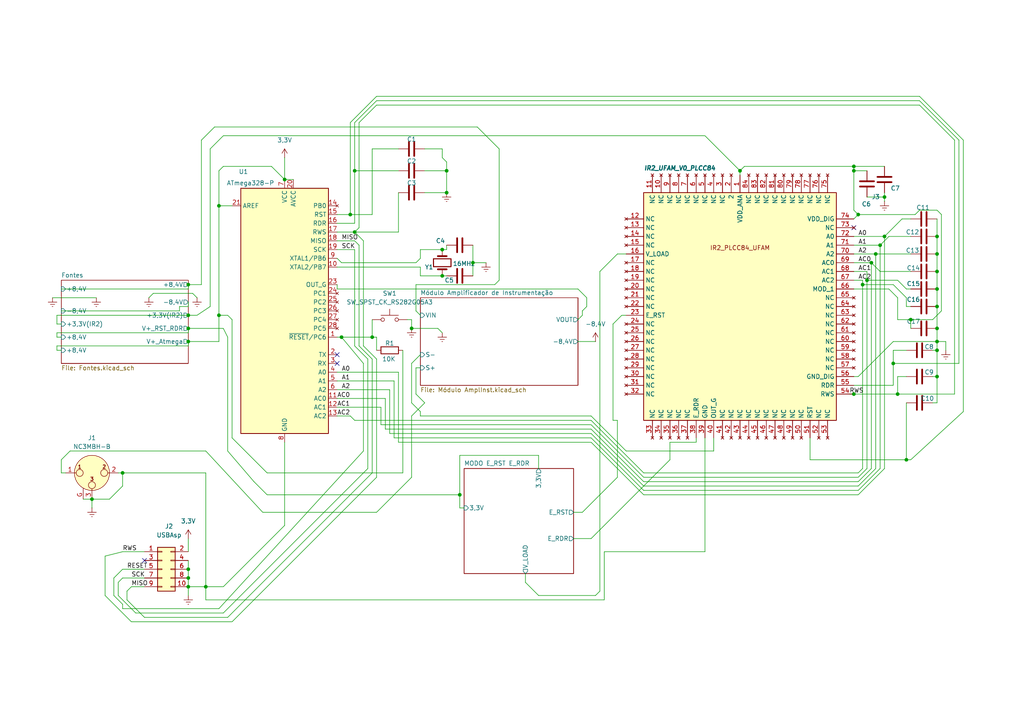
<source format=kicad_sch>
(kicad_sch (version 20250114) (generator "eeschema") (generator_version "9.0")
  (paper "A4")
  (title_block (title "PROJETO IR2_B2_UFAM") (date "07/08/2025") (rev "V1") (company "UFAM-UFMG") (comment 1 "1 - Software Proteus substituído pelo Software Kicad 9.0") (comment 2 "2 - Incluído Amplificafor de Instrumentação para reduzir ruídos") (comment 3 "3 - Incluídos conectores para cabos entrelaçados") (comment 4 "4 - Análise de 4 camadas para reduzir ruídos"))
  (lib_symbols
    (symbol "Connector_Audio:NC3MBH-B" (pin_names (hide yes))
      (property "Reference" "J" (at 0 8.89 0))
      (property "Value" "NC3MBH-B" (at 0 6.35 0))
      (symbol "NC3MBH-B_0_1"
        (polyline (pts (xy -5.08 0) (xy -4.572 0)))
        (circle (center -3.556 0) (radius 1.016))
        (polyline (pts (xy -2.54 -5.08) (xy -2.54 -4.445)))
        (circle (center 0 0) (radius 5.08) (fill (type background)))
        (circle (center 0 -3.556) (radius 1.016))
        (polyline (pts (xy 0 -5.08) (xy 0 -4.572)))
        (circle (center 3.556 0) (radius 1.016))
        (polyline (pts (xy 5.08 0) (xy 4.572 0)))
        (text "1" (at -3.556 1.778 0) (effects (font (size 1.016 1.016) (bold yes))))
        (text "3" (at 0 -1.778 0) (effects (font (size 1.016 1.016) (bold yes))))
        (text "2" (at 3.556 1.778 0) (effects (font (size 1.016 1.016) (bold yes))))
        (pin passive line (at -7.62 0 0) (length 2.54) (name "~") (number "1"))
        (pin passive line (at 0 -7.62 90) (length 2.54) (name "~") (number "3"))
        (pin passive line (at 7.62 0 180) (length 2.54) (name "~") (number "2"))
      )
      (symbol "NC3MBH-B_1_1"
        (pin passive line (at -2.54 -7.62 90) (length 2.54) (name "~") (number "G"))
      )
    )
    (symbol "Connector_Generic:Conn_02x05_Odd_Even" (pin_names (offset 1.016) (hide yes))
      (property "Reference" "J" (at 1.27 7.62 0))
      (property "Value" "Conn_02x05_Odd_Even" (at 1.27 -7.62 0))
      (symbol "Conn_02x05_Odd_Even_1_1"
        (rectangle (start -1.27 6.35) (end 3.81 -6.35) (stroke (width 0.254)) (fill (type background)))
        (rectangle (start -1.27 5.207) (end 0 4.953) (stroke (width 0.1524)))
        (rectangle (start -1.27 2.667) (end 0 2.413) (stroke (width 0.1524)))
        (rectangle (start -1.27 0.127) (end 0 -0.127) (stroke (width 0.1524)))
        (rectangle (start -1.27 -2.413) (end 0 -2.667) (stroke (width 0.1524)))
        (rectangle (start -1.27 -4.953) (end 0 -5.207) (stroke (width 0.1524)))
        (rectangle (start 3.81 5.207) (end 2.54 4.953) (stroke (width 0.1524)))
        (rectangle (start 3.81 2.667) (end 2.54 2.413) (stroke (width 0.1524)))
        (rectangle (start 3.81 0.127) (end 2.54 -0.127) (stroke (width 0.1524)))
        (rectangle (start 3.81 -2.413) (end 2.54 -2.667) (stroke (width 0.1524)))
        (rectangle (start 3.81 -4.953) (end 2.54 -5.207) (stroke (width 0.1524)))
        (pin passive line (at -5.08 5.08 0) (length 3.81) (name "Pin_1") (number "1"))
        (pin passive line (at -5.08 2.54 0) (length 3.81) (name "Pin_3") (number "3"))
        (pin passive line (at -5.08 0 0) (length 3.81) (name "Pin_5") (number "5"))
        (pin passive line (at -5.08 -2.54 0) (length 3.81) (name "Pin_7") (number "7"))
        (pin passive line (at -5.08 -5.08 0) (length 3.81) (name "Pin_9") (number "9"))
        (pin passive line (at 7.62 5.08 180) (length 3.81) (name "Pin_2") (number "2"))
        (pin passive line (at 7.62 2.54 180) (length 3.81) (name "Pin_4") (number "4"))
        (pin passive line (at 7.62 0 180) (length 3.81) (name "Pin_6") (number "6"))
        (pin passive line (at 7.62 -2.54 180) (length 3.81) (name "Pin_8") (number "8"))
        (pin passive line (at 7.62 -5.08 180) (length 3.81) (name "Pin_10") (number "10"))
      )
    )
    (symbol "Device:C" (pin_numbers (hide yes)) (pin_names (offset 0.254))
      (property "Reference" "C" (at 0.635 2.54 0))
      (property "Value" "C" (at 0.635 -2.54 0))
      (symbol "C_0_1"
        (polyline (pts (xy -2.032 0.762) (xy 2.032 0.762)) (stroke (width 0.508)))
        (polyline (pts (xy -2.032 -0.762) (xy 2.032 -0.762)) (stroke (width 0.508)))
      )
      (symbol "C_1_1"
        (pin passive line (at 0 3.81 270) (length 2.794) (name "~") (number "1"))
        (pin passive line (at 0 -3.81 90) (length 2.794) (name "~") (number "2"))
      )
    )
    (symbol "Device:Crystal" (pin_numbers (hide yes)) (pin_names (offset 1.016) (hide yes))
      (property "Reference" "Y" (at 0 3.81 0))
      (property "Value" "Crystal" (at 0 -3.81 0))
      (symbol "Crystal_0_1"
        (polyline (pts (xy -2.54 0) (xy -1.905 0)))
        (polyline (pts (xy -1.905 -1.27) (xy -1.905 1.27)) (stroke (width 0.508)))
        (rectangle (start -1.143 2.54) (end 1.143 -2.54) (stroke (width 0.3048)))
        (polyline (pts (xy 1.905 -1.27) (xy 1.905 1.27)) (stroke (width 0.508)))
        (polyline (pts (xy 2.54 0) (xy 1.905 0)))
      )
      (symbol "Crystal_1_1"
        (pin passive line (at -3.81 0 0) (length 1.27) (name "1") (number "1"))
        (pin passive line (at 3.81 0 180) (length 1.27) (name "2") (number "2"))
      )
    )
    (symbol "Device:R" (pin_numbers (hide yes)) (pin_names (offset 0))
      (property "Reference" "R" (at 2.032 0 90))
      (property "Value" "R" (at 0 0 90))
      (symbol "R_0_1"
        (rectangle (start -1.016 -2.54) (end 1.016 2.54) (stroke (width 0.254)))
      )
      (symbol "R_1_1"
        (pin passive line (at 0 3.81 270) (length 1.27) (name "~") (number "1"))
        (pin passive line (at 0 -3.81 90) (length 1.27) (name "~") (number "2"))
      )
    )
    (symbol "IR2_UFAM_V0_PLCC84_Library:IR2_UFAM_V0_PLCC84"
      (property "Reference" "J" (at 62.23 12.7 0))
      (property "Value" "IR2_UFAM_V0_PLCC84" (at 62.23 10.16 0))
      (symbol "IR2_UFAM_V0_PLCC84_1_1"
        (rectangle (start 5.08 7.62) (end 60.96 -58.42) (stroke (width 0.254)) (fill (type background)))
        (text "IR2_PLCC84_UFAM" (at 33.02 -8.382 0) (effects (font (size 1.27 1.27))))
        (pin no_connect line (at 0 0 0) (length 5.08) (name "NC") (number "12"))
        (pin no_connect line (at 0 -2.54 0) (length 5.08) (name "NC") (number "13"))
        (pin no_connect line (at 0 -5.08 0) (length 5.08) (name "NC") (number "14"))
        (pin no_connect line (at 0 -7.62 0) (length 5.08) (name "NC") (number "15"))
        (pin input line (at 0 -10.16 0) (length 5.08) (name "V_LOAD") (number "16"))
        (pin no_connect line (at 0 -12.7 0) (length 5.08) (name "NC") (number "17"))
        (pin no_connect line (at 0 -15.24 0) (length 5.08) (name "NC") (number "18"))
        (pin no_connect line (at 0 -17.78 0) (length 5.08) (name "NC") (number "19"))
        (pin no_connect line (at 0 -20.32 0) (length 5.08) (name "NC") (number "20"))
        (pin no_connect line (at 0 -22.86 0) (length 5.08) (name "NC") (number "21"))
        (pin no_connect line (at 0 -25.4 0) (length 5.08) (name "NC") (number "22"))
        (pin input line (at 0 -27.94 0) (length 5.08) (name "E_RST") (number "23"))
        (pin no_connect line (at 0 -30.48 0) (length 5.08) (name "NC") (number "24"))
        (pin no_connect line (at 0 -33.02 0) (length 5.08) (name "NC") (number "25"))
        (pin no_connect line (at 0 -35.56 0) (length 5.08) (name "NC") (number "26"))
        (pin no_connect line (at 0 -38.1 0) (length 5.08) (name "NC") (number "27"))
        (pin no_connect line (at 0 -40.64 0) (length 5.08) (name "NC") (number "28"))
        (pin no_connect line (at 0 -43.18 0) (length 5.08) (name "NC") (number "29"))
        (pin no_connect line (at 0 -45.72 0) (length 5.08) (name "NC") (number "30"))
        (pin no_connect line (at 0 -48.26 0) (length 5.08) (name "NC") (number "31"))
        (pin no_connect line (at 0 -50.8 0) (length 5.08) (name "NC") (number "32"))
        (pin no_connect line (at 7.62 12.7 270) (length 5.08) (name "NC") (number "11"))
        (pin no_connect line (at 7.62 -63.5 90) (length 5.08) (name "NC") (number "33"))
        (pin no_connect line (at 10.16 12.7 270) (length 5.08) (name "NC") (number "10"))
        (pin no_connect line (at 10.16 -63.5 90) (length 5.08) (name "NC") (number "34"))
        (pin no_connect line (at 12.7 12.7 270) (length 5.08) (name "NC") (number "9"))
        (pin no_connect line (at 12.7 -63.5 90) (length 5.08) (name "NC") (number "35"))
        (pin no_connect line (at 15.24 12.7 270) (length 5.08) (name "NC") (number "8"))
        (pin no_connect line (at 15.24 -63.5 90) (length 5.08) (name "NC") (number "36"))
        (pin no_connect line (at 17.78 12.7 270) (length 5.08) (name "NC") (number "7"))
        (pin no_connect line (at 17.78 -63.5 90) (length 5.08) (name "NC") (number "37"))
        (pin no_connect line (at 20.32 12.7 270) (length 5.08) (name "NC") (number "6"))
        (pin input line (at 20.32 -63.5 90) (length 5.08) (name "E_RDR") (number "38"))
        (pin no_connect line (at 22.86 12.7 270) (length 5.08) (name "NC") (number "5"))
        (pin power_out line (at 22.86 -63.5 90) (length 5.08) (name "GND") (number "39"))
        (pin no_connect line (at 25.4 12.7 270) (length 5.08) (name "NC") (number "4"))
        (pin output line (at 25.4 -63.5 90) (length 5.08) (name "OUT_G") (number "40"))
        (pin no_connect line (at 27.94 12.7 270) (length 5.08) (name "NC") (number "3"))
        (pin no_connect line (at 27.94 -63.5 90) (length 5.08) (name "NC") (number "41"))
        (pin no_connect line (at 30.48 12.7 270) (length 5.08) (name "2") (number "2"))
        (pin no_connect line (at 30.48 -63.5 90) (length 5.08) (name "NC") (number "42"))
        (pin power_in line (at 33.02 12.7 270) (length 5.08) (name "VDD_ANA") (number "1"))
        (pin no_connect line (at 33.02 -63.5 90) (length 5.08) (name "NC") (number "43"))
        (pin no_connect line (at 35.56 12.7 270) (length 5.08) (name "NC") (number "84"))
        (pin no_connect line (at 35.56 -63.5 90) (length 5.08) (name "NC") (number "44"))
        (pin no_connect line (at 38.1 12.7 270) (length 5.08) (name "NC") (number "83"))
        (pin no_connect line (at 38.1 -63.5 90) (length 5.08) (name "NC") (number "45"))
        (pin no_connect line (at 40.64 12.7 270) (length 5.08) (name "NC") (number "82"))
        (pin no_connect line (at 40.64 -63.5 90) (length 5.08) (name "NC") (number "46"))
        (pin no_connect line (at 43.18 12.7 270) (length 5.08) (name "NC") (number "81"))
        (pin no_connect line (at 43.18 -63.5 90) (length 5.08) (name "NC") (number "47"))
        (pin no_connect line (at 45.72 12.7 270) (length 5.08) (name "NC") (number "80"))
        (pin no_connect line (at 45.72 -63.5 90) (length 5.08) (name "NC") (number "48"))
        (pin no_connect line (at 48.26 12.7 270) (length 5.08) (name "NC") (number "79"))
        (pin no_connect line (at 48.26 -63.5 90) (length 5.08) (name "NC") (number "49"))
        (pin no_connect line (at 50.8 12.7 270) (length 5.08) (name "NC") (number "78"))
        (pin no_connect line (at 50.8 -63.5 90) (length 5.08) (name "NC") (number "50"))
        (pin no_connect line (at 53.34 12.7 270) (length 5.08) (name "NC") (number "77"))
        (pin input line (at 53.34 -63.5 90) (length 5.08) (name "RST") (number "51"))
        (pin no_connect line (at 55.88 12.7 270) (length 5.08) (name "NC") (number "76"))
        (pin no_connect line (at 55.88 -63.5 90) (length 5.08) (name "NC") (number "52"))
        (pin no_connect line (at 58.42 12.7 270) (length 5.08) (name "NC") (number "75"))
        (pin no_connect line (at 58.42 -63.5 90) (length 5.08) (name "NC") (number "53"))
        (pin power_in line (at 66.04 0 180) (length 5.08) (name "VDD_DIG") (number "74"))
        (pin no_connect line (at 66.04 -2.54 180) (length 5.08) (name "NC") (number "73"))
        (pin input line (at 66.04 -5.08 180) (length 5.08) (name "A0") (number "72"))
        (pin input line (at 66.04 -7.62 180) (length 5.08) (name "A1") (number "71"))
        (pin input line (at 66.04 -10.16 180) (length 5.08) (name "A2") (number "70"))
        (pin input line (at 66.04 -12.7 180) (length 5.08) (name "AC0") (number "69"))
        (pin input line (at 66.04 -15.24 180) (length 5.08) (name "AC1") (number "68"))
        (pin input line (at 66.04 -17.78 180) (length 5.08) (name "AC2") (number "67"))
        (pin power_in line (at 66.04 -20.32 180) (length 5.08) (name "MOD_1") (number "66"))
        (pin no_connect line (at 66.04 -22.86 180) (length 5.08) (name "NC") (number "65"))
        (pin no_connect line (at 66.04 -25.4 180) (length 5.08) (name "NC") (number "64"))
        (pin no_connect line (at 66.04 -27.94 180) (length 5.08) (name "NC") (number "63"))
        (pin no_connect line (at 66.04 -30.48 180) (length 5.08) (name "NC") (number "62"))
        (pin no_connect line (at 66.04 -33.02 180) (length 5.08) (name "NC") (number "61"))
        (pin no_connect line (at 66.04 -35.56 180) (length 5.08) (name "NC") (number "60"))
        (pin no_connect line (at 66.04 -38.1 180) (length 5.08) (name "NC") (number "59"))
        (pin no_connect line (at 66.04 -40.64 180) (length 5.08) (name "NC") (number "58"))
        (pin no_connect line (at 66.04 -43.18 180) (length 5.08) (name "NC") (number "57"))
        (pin power_in line (at 66.04 -45.72 180) (length 5.08) (name "GND_DIG") (number "56"))
        (pin input line (at 66.04 -48.26 180) (length 5.08) (name "RDR") (number "55"))
        (pin input line (at 66.04 -50.8 180) (length 5.08) (name "RWS") (number "54"))
      )
    )
    (symbol "Switch:SW_MEC_5G" (pin_numbers (hide yes)) (pin_names (offset 1.016) (hide yes))
      (property "Reference" "SW" (at 1.27 2.54 0))
      (property "Value" "SW_MEC_5G" (at 0 -1.524 0))
      (symbol "SW_MEC_5G_0_1"
        (circle (center -2.032 0) (radius 0.508))
        (polyline (pts (xy 0 1.27) (xy 0 3.048)))
        (circle (center 2.032 0) (radius 0.508))
        (polyline (pts (xy 2.54 1.27) (xy -2.54 1.27)))
        (pin passive line (at -5.08 0 0) (length 2.54) (name "A") (number "1"))
        (pin passive line (at 5.08 0 180) (length 2.54) (name "B") (number "3"))
      )
      (symbol "SW_MEC_5G_1_1"
        (pin passive line (at -5.08 0 0) (length 2.54) (hide yes) (name "A") (number "2"))
        (pin passive line (at 5.08 0 180) (length 2.54) (hide yes) (name "B") (number "4"))
      )
    )
    (symbol "ir2_atmega328P:ir2_ATmega328P"
      (property "Reference" "U" (at -12.7 36.83 0))
      (property "Value" "ir2_ATmega328P" (at 2.54 -36.83 0))
      (symbol "ir2_ATmega328P_0_1"
        (rectangle (start -12.7 -35.56) (end 12.7 35.56) (stroke (width 0.254)) (fill (type background)))
      )
      (symbol "ir2_ATmega328P_1_1"
        (pin passive line (at -15.24 30.48 0) (length 2.54) (name "AREF") (number "21"))
        (pin power_in line (at 0 38.1 270) (length 2.54) (name "VCC") (number "7"))
        (pin passive line (at 0 -38.1 90) (length 2.54) (hide yes) (name "GND") (number "22"))
        (pin power_in line (at 0 -38.1 90) (length 2.54) (name "GND") (number "8"))
        (pin power_in line (at 2.54 38.1 270) (length 2.54) (name "AVCC") (number "20"))
        (pin no_connect line (at 15.24 30.48 180) (length 2.54) (name "PB0") (number "14"))
        (pin output line (at 15.24 27.94 180) (length 2.54) (name "RST") (number "15"))
        (pin output line (at 15.24 25.4 180) (length 2.54) (name "RDR") (number "16"))
        (pin output line (at 15.24 22.86 180) (length 2.54) (name "RWS") (number "17"))
        (pin input line (at 15.24 20.32 180) (length 2.54) (name "MISO") (number "18"))
        (pin bidirectional line (at 15.24 17.78 180) (length 2.54) (name "SCK") (number "19"))
        (pin bidirectional line (at 15.24 15.24 180) (length 2.54) (name "XTAL1/PB6") (number "9"))
        (pin bidirectional line (at 15.24 12.7 180) (length 2.54) (name "XTAL2/PB7") (number "10"))
        (pin input line (at 15.24 7.62 180) (length 2.54) (name "OUT_G") (number "23"))
        (pin no_connect line (at 15.24 5.08 180) (length 2.54) (name "PC1") (number "24"))
        (pin no_connect line (at 15.24 2.54 180) (length 2.54) (name "PC2") (number "25"))
        (pin no_connect line (at 15.24 0 180) (length 2.54) (name "PC3") (number "26"))
        (pin no_connect line (at 15.24 -2.54 180) (length 2.54) (name "PC4") (number "27"))
        (pin no_connect line (at 15.24 -5.08 180) (length 2.54) (name "PC5") (number "28"))
        (pin bidirectional line (at 15.24 -7.62 180) (length 2.54) (name "~{RESET}/PC6") (number "1"))
        (pin bidirectional line (at 15.24 -12.7 180) (length 2.54) (name "TX") (number "2"))
        (pin bidirectional line (at 15.24 -15.24 180) (length 2.54) (name "RX") (number "3"))
        (pin output line (at 15.24 -17.78 180) (length 2.54) (name "A0") (number "4"))
        (pin output line (at 15.24 -20.32 180) (length 2.54) (name "A1") (number "5"))
        (pin output line (at 15.24 -22.86 180) (length 2.54) (name "A2") (number "6"))
        (pin output line (at 15.24 -25.4 180) (length 2.54) (name "AC0") (number "11"))
        (pin output line (at 15.24 -27.94 180) (length 2.54) (name "AC1") (number "12"))
        (pin output line (at 15.24 -30.48 180) (length 2.54) (name "AC2") (number "13"))
      )
    )
    (symbol "power:Earth" (power) (pin_numbers (hide yes)) (pin_names (offset 0) (hide yes))
      (property "Value" "Earth" (at 0 -3.81 0))
      (symbol "Earth_0_1"
        (polyline (pts (xy -0.635 -1.905) (xy 0.635 -1.905)))
        (polyline (pts (xy -0.127 -2.54) (xy 0.127 -2.54)))
        (polyline (pts (xy 0 -1.27) (xy 0 0)))
        (polyline (pts (xy 1.27 -1.27) (xy -1.27 -1.27)))
      )
      (symbol "Earth_1_1"
        (pin power_in line (at 0 0 270) (length 0) (name "~") (number "1"))
      )
    )
    (symbol "power:VCC" (power) (pin_numbers (hide yes)) (pin_names (offset 0) (hide yes))
      (property "Value" "VCC" (at 0 3.556 0))
      (symbol "VCC_0_1"
        (polyline (pts (xy -0.762 1.27) (xy 0 2.54)))
        (polyline (pts (xy 0 2.54) (xy 0.762 1.27)))
        (polyline (pts (xy 0 0) (xy 0 2.54)))
      )
      (symbol "VCC_1_1"
        (pin power_in line (at 0 0 90) (length 0) (name "~") (number "1"))
      )
    )
  )
  (junction (at 271.78 68.58))
  (junction (at 256.54 57.15))
  (junction (at 82.55 52.07))
  (junction (at 128.27 72.39))
  (junction (at 35.56 137.16))
  (junction (at 271.78 109.22))
  (junction (at 260.35 114.3))
  (junction (at 54.61 91.44))
  (junction (at 271.78 95.25))
  (junction (at 54.61 165.1))
  (junction (at 271.78 73.66))
  (junction (at 99.06 97.79))
  (junction (at 59.69 170.18))
  (junction (at 255.27 71.12))
  (junction (at 54.61 95.25))
  (junction (at 271.78 83.82))
  (junction (at 63.5 91.44))
  (junction (at 271.78 88.9))
  (junction (at 129.54 49.53))
  (junction (at 54.61 170.18))
  (junction (at 102.87 67.31))
  (junction (at 54.61 167.64))
  (junction (at 119.38 95.25))
  (junction (at 247.65 114.3))
  (junction (at 129.54 55.88))
  (junction (at 248.92 62.23))
  (junction (at 133.35 143.51))
  (junction (at 101.6 62.23))
  (junction (at 26.67 144.78))
  (junction (at 271.78 99.06))
  (junction (at 247.65 49.53))
  (junction (at 271.78 101.6))
  (junction (at 262.89 133.35))
  (junction (at 107.95 97.79))
  (junction (at 250.19 82.55))
  (junction (at 251.46 81.28))
  (junction (at 137.16 76.2))
  (junction (at 102.87 49.53))
  (junction (at 128.27 80.01))
  (junction (at 252.73 76.2))
  (junction (at 256.54 68.58))
  (junction (at 54.61 82.55))
  (junction (at 247.65 48.26))
  (junction (at 264.16 92.71))
  (junction (at 259.08 105.41))
  (junction (at 271.78 78.74))
  (junction (at 63.5 59.69))
  (junction (at 254 73.66))
  (junction (at 54.61 99.06))
  (junction (at 214.63 49.53))
  (no_connect (at 41.91 162.56))
  (no_connect (at 97.79 102.87))
  (no_connect (at 97.79 105.41))
  (no_connect (at 247.65 66.04))
  (wire (pts (xy 82.55 128.27) (xy 82.55 152.4)))
  (wire (pts (xy 66.04 130.81) (xy 73.66 139.7)))
  (wire (pts (xy 60.96 43.18) (xy 64.77 39.37)))
  (wire (pts (xy 102.87 49.53) (xy 102.87 64.77)))
  (wire (pts (xy 109.22 29.21) (xy 266.7 29.21)))
  (wire (pts (xy 179.07 121.92) (xy 179.07 138.43)))
  (wire (pts (xy 97.79 62.23) (xy 101.6 62.23)))
  (wire (pts (xy 172.72 172.72) (xy 173.99 171.45)))
  (wire (pts (xy 247.65 109.22) (xy 248.92 109.22)))
  (wire (pts (xy 168.91 90.17) (xy 168.91 91.44)))
  (wire (pts (xy 119.38 95.25) (xy 127 95.25)))
  (wire (pts (xy 54.61 99.06) (xy 54.61 100.33)))
  (wire (pts (xy 254 73.66) (xy 254 135.89)))
  (wire (pts (xy 17.78 101.6) (xy 16.51 101.6)))
  (wire (pts (xy 252.73 76.2) (xy 252.73 135.89)))
  (wire (pts (xy 15.24 86.36) (xy 27.94 86.36)))
  (wire (pts (xy 107.95 43.18) (xy 115.57 43.18)))
  (wire (pts (xy 128.27 80.01) (xy 129.54 80.01)))
  (wire (pts (xy 133.35 132.08) (xy 156.21 132.08)))
  (wire (pts (xy 17.78 97.79) (xy 16.51 97.79)))
  (wire (pts (xy 115.57 107.95) (xy 115.57 128.27)))
  (wire (pts (xy 63.5 49.53) (xy 64.77 48.26)))
  (wire (pts (xy 246.38 114.3) (xy 247.65 114.3)))
  (wire (pts (xy 121.92 119.38) (xy 121.92 120.65)))
  (wire (pts (xy 144.78 81.28) (xy 143.51 82.55)))
  (wire (pts (xy 121.92 102.87) (xy 119.38 105.41)))
  (wire (pts (xy 133.35 143.51) (xy 77.47 143.51)))
  (wire (pts (xy 173.99 78.74) (xy 173.99 171.45)))
  (wire (pts (xy 204.47 39.37) (xy 214.63 49.53)))
  (wire (pts (xy 266.7 27.94) (xy 279.4 40.64)))
  (wire (pts (xy 116.84 101.6) (xy 116.84 137.16)))
  (wire (pts (xy 247.65 111.76) (xy 259.08 111.76)))
  (wire (pts (xy 247.65 48.26) (xy 256.54 48.26)))
  (wire (pts (xy 102.87 35.56) (xy 109.22 29.21)))
  (wire (pts (xy 129.54 49.53) (xy 129.54 55.88)))
  (wire (pts (xy 97.79 83.82) (xy 167.64 83.82)))
  (wire (pts (xy 264.16 92.71) (xy 270.51 92.71)))
  (wire (pts (xy 54.61 170.18) (xy 54.61 172.72)))
  (wire (pts (xy 171.45 156.21) (xy 194.31 133.35)))
  (wire (pts (xy 247.65 60.96) (xy 248.92 62.23)))
  (wire (pts (xy 67.31 92.71) (xy 66.04 91.44)))
  (wire (pts (xy 54.61 96.52) (xy 54.61 95.25)))
  (wire (pts (xy 204.47 160.02) (xy 175.26 160.02)))
  (wire (pts (xy 63.5 49.53) (xy 63.5 59.69)))
  (wire (pts (xy 248.92 138.43) (xy 186.69 138.43)))
  (wire (pts (xy 264.16 83.82) (xy 262.89 83.82)))
  (wire (pts (xy 273.05 90.17) (xy 270.51 92.71)))
  (wire (pts (xy 97.79 120.65) (xy 101.6 120.65)))
  (wire (pts (xy 260.35 109.22) (xy 262.89 109.22)))
  (wire (pts (xy 194.31 133.35) (xy 194.31 128.27)))
  (wire (pts (xy 105.41 100.33) (xy 109.22 104.14)))
  (wire (pts (xy 16.51 91.44) (xy 54.61 91.44)))
  (wire (pts (xy 109.22 97.79) (xy 107.95 97.79)))
  (wire (pts (xy 121.92 72.39) (xy 121.92 74.93)))
  (wire (pts (xy 102.87 100.33) (xy 106.68 104.14)))
  (wire (pts (xy 271.78 73.66) (xy 271.78 78.74)))
  (wire (pts (xy 99.06 76.2) (xy 120.65 76.2)))
  (wire (pts (xy 26.67 144.78) (xy 24.13 144.78)))
  (wire (pts (xy 35.56 165.1) (xy 41.91 165.1)))
  (wire (pts (xy 175.26 160.02) (xy 175.26 173.99)))
  (wire (pts (xy 54.61 88.9) (xy 54.61 87.63)))
  (wire (pts (xy 35.56 137.16) (xy 35.56 140.97)))
  (wire (pts (xy 271.78 60.96) (xy 273.05 62.23)))
  (wire (pts (xy 137.16 71.12) (xy 137.16 76.2)))
  (wire (pts (xy 262.89 86.36) (xy 259.08 82.55)))
  (wire (pts (xy 271.78 78.74) (xy 271.78 83.82)))
  (wire (pts (xy 109.22 97.79) (xy 109.22 101.6)))
  (wire (pts (xy 215.9 48.26) (xy 247.65 48.26)))
  (wire (pts (xy 57.15 86.36) (xy 55.88 85.09)))
  (wire (pts (xy 251.46 81.28) (xy 251.46 135.89)))
  (wire (pts (xy 63.5 59.69) (xy 67.31 59.69)))
  (wire (pts (xy 16.51 101.6) (xy 16.51 100.33)))
  (wire (pts (xy 97.79 77.47) (xy 121.92 77.47)))
  (wire (pts (xy 181.61 130.81) (xy 171.45 120.65)))
  (wire (pts (xy 121.92 72.39) (xy 128.27 72.39)))
  (wire (pts (xy 102.87 49.53) (xy 102.87 35.56)))
  (wire (pts (xy 214.63 49.53) (xy 215.9 48.26)))
  (wire (pts (xy 102.87 72.39) (xy 102.87 100.33)))
  (wire (pts (xy 171.45 123.19) (xy 186.69 138.43)))
  (wire (pts (xy 38.1 180.34) (xy 30.48 172.72)))
  (wire (pts (xy 109.22 27.94) (xy 266.7 27.94)))
  (wire (pts (xy 248.92 62.23) (xy 247.65 63.5)))
  (wire (pts (xy 120.65 90.17) (xy 121.92 91.44)))
  (wire (pts (xy 30.48 172.72) (xy 30.48 161.29)))
  (wire (pts (xy 137.16 76.2) (xy 137.16 80.01)))
  (wire (pts (xy 17.78 90.17) (xy 52.07 90.17)))
  (wire (pts (xy 54.61 156.21) (xy 54.61 160.02)))
  (wire (pts (xy 105.41 130.81) (xy 105.41 105.41)))
  (wire (pts (xy 44.45 85.09) (xy 55.88 85.09)))
  (wire (pts (xy 274.32 99.06) (xy 274.32 101.6)))
  (wire (pts (xy 186.69 142.24) (xy 248.92 142.24)))
  (wire (pts (xy 97.79 83.82) (xy 97.79 82.55)))
  (wire (pts (xy 170.18 88.9) (xy 170.18 86.36)))
  (wire (pts (xy 251.46 57.15) (xy 256.54 57.15)))
  (wire (pts (xy 186.69 140.97) (xy 171.45 125.73)))
  (wire (pts (xy 54.61 162.56) (xy 54.61 165.1)))
  (wire (pts (xy 264.16 68.58) (xy 257.81 68.58)))
  (wire (pts (xy 64.77 170.18) (xy 82.55 152.4)))
  (wire (pts (xy 33.02 172.72) (xy 35.56 175.26)))
  (wire (pts (xy 129.54 46.99) (xy 129.54 49.53)))
  (wire (pts (xy 247.65 114.3) (xy 260.35 114.3)))
  (wire (pts (xy 123.19 55.88) (xy 129.54 55.88)))
  (wire (pts (xy 128.27 96.52) (xy 127 95.25)))
  (wire (pts (xy 247.65 81.28) (xy 250.19 81.28)))
  (wire (pts (xy 254 73.66) (xy 264.16 73.66)))
  (wire (pts (xy 144.78 43.18) (xy 144.78 81.28)))
  (wire (pts (xy 119.38 120.65) (xy 119.38 138.43)))
  (wire (pts (xy 234.95 127) (xy 234.95 133.35)))
  (wire (pts (xy 271.78 68.58) (xy 271.78 73.66)))
  (wire (pts (xy 101.6 62.23) (xy 107.95 62.23)))
  (wire (pts (xy 35.56 137.16) (xy 59.69 137.16)))
  (wire (pts (xy 264.16 63.5) (xy 261.62 63.5)))
  (wire (pts (xy 54.61 167.64) (xy 54.61 170.18)))
  (wire (pts (xy 106.68 135.89) (xy 64.77 177.8)))
  (wire (pts (xy 204.47 127) (xy 204.47 160.02)))
  (wire (pts (xy 97.79 67.31) (xy 102.87 67.31)))
  (wire (pts (xy 52.07 88.9) (xy 54.61 88.9)))
  (wire (pts (xy 166.37 156.21) (xy 171.45 156.21)))
  (wire (pts (xy 97.79 74.93) (xy 99.06 76.2)))
  (wire (pts (xy 250.19 82.55) (xy 259.08 82.55)))
  (wire (pts (xy 257.81 68.58) (xy 255.27 71.12)))
  (wire (pts (xy 107.95 92.71) (xy 107.95 97.79)))
  (wire (pts (xy 248.92 137.16) (xy 186.69 137.16)))
  (wire (pts (xy 248.92 62.23) (xy 265.43 62.23)))
  (wire (pts (xy 82.55 52.07) (xy 85.09 52.07)))
  (wire (pts (xy 114.3 110.49) (xy 114.3 127)))
  (wire (pts (xy 104.14 71.12) (xy 104.14 100.33)))
  (wire (pts (xy 102.87 69.85) (xy 104.14 71.12)))
  (wire (pts (xy 34.29 172.72) (xy 39.37 177.8)))
  (wire (pts (xy 266.7 30.48) (xy 276.86 40.64)))
  (wire (pts (xy 194.31 128.27) (xy 201.93 128.27)))
  (wire (pts (xy 35.56 176.53) (xy 35.56 175.26)))
  (wire (pts (xy 279.4 119.38) (xy 264.16 133.35)))
  (wire (pts (xy 107.95 104.14) (xy 107.95 137.16)))
  (wire (pts (xy 251.46 81.28) (xy 260.35 81.28)))
  (wire (pts (xy 278.13 40.64) (xy 278.13 105.41)))
  (wire (pts (xy 82.55 45.72) (xy 82.55 52.07)))
  (wire (pts (xy 138.43 36.83) (xy 144.78 43.18)))
  (wire (pts (xy 128.27 45.72) (xy 129.54 46.99)))
  (wire (pts (xy 111.76 115.57) (xy 111.76 124.46)))
  (wire (pts (xy 264.16 133.35) (xy 262.89 133.35)))
  (wire (pts (xy 255.27 71.12) (xy 255.27 135.89)))
  (wire (pts (xy 259.08 105.41) (xy 278.13 105.41)))
  (wire (pts (xy 34.29 168.91) (xy 34.29 172.72)))
  (wire (pts (xy 16.51 97.79) (xy 16.51 96.52)))
  (wire (pts (xy 186.69 143.51) (xy 171.45 128.27)))
  (wire (pts (xy 152.4 166.37) (xy 152.4 168.91)))
  (wire (pts (xy 109.22 30.48) (xy 266.7 30.48)))
  (wire (pts (xy 260.35 86.36) (xy 260.35 92.71)))
  (wire (pts (xy 262.89 133.35) (xy 234.95 133.35)))
  (wire (pts (xy 168.91 148.59) (xy 166.37 148.59)))
  (wire (pts (xy 113.03 125.73) (xy 171.45 125.73)))
  (wire (pts (xy 54.61 91.44) (xy 57.15 91.44)))
  (wire (pts (xy 256.54 68.58) (xy 256.54 135.89)))
  (wire (pts (xy 214.63 49.53) (xy 214.63 50.8)))
  (wire (pts (xy 201.93 128.27) (xy 201.93 127)))
  (wire (pts (xy 177.8 93.98) (xy 180.34 91.44)))
  (wire (pts (xy 102.87 67.31) (xy 104.14 66.04)))
  (wire (pts (xy 101.6 62.23) (xy 101.6 35.56)))
  (wire (pts (xy 43.18 86.36) (xy 44.45 85.09)))
  (wire (pts (xy 251.46 78.74) (xy 251.46 81.28)))
  (wire (pts (xy 35.56 165.1) (xy 33.02 167.64)))
  (wire (pts (xy 247.65 73.66) (xy 254 73.66)))
  (wire (pts (xy 17.78 83.82) (xy 54.61 83.82)))
  (wire (pts (xy 123.19 43.18) (xy 128.27 43.18)))
  (wire (pts (xy 260.35 109.22) (xy 260.35 114.3)))
  (wire (pts (xy 129.54 72.39) (xy 129.54 71.12)))
  (wire (pts (xy 119.38 116.84) (xy 121.92 119.38)))
  (wire (pts (xy 133.35 147.32) (xy 133.35 143.51)))
  (wire (pts (xy 118.11 92.71) (xy 119.38 92.71)))
  (wire (pts (xy 109.22 138.43) (xy 67.31 180.34)))
  (wire (pts (xy 26.67 144.78) (xy 31.75 144.78)))
  (wire (pts (xy 133.35 147.32) (xy 134.62 147.32)))
  (wire (pts (xy 111.76 124.46) (xy 171.45 124.46)))
  (wire (pts (xy 62.23 36.83) (xy 138.43 36.83)))
  (wire (pts (xy 121.92 120.65) (xy 171.45 120.65)))
  (wire (pts (xy 256.54 55.88) (xy 256.54 57.15)))
  (wire (pts (xy 273.05 62.23) (xy 273.05 90.17)))
  (wire (pts (xy 270.51 109.22) (xy 271.78 109.22)))
  (wire (pts (xy 271.78 99.06) (xy 271.78 101.6)))
  (wire (pts (xy 177.8 93.98) (xy 177.8 121.92)))
  (wire (pts (xy 133.35 132.08) (xy 133.35 143.51)))
  (wire (pts (xy 248.92 142.24) (xy 255.27 135.89)))
  (wire (pts (xy 114.3 127) (xy 171.45 127)))
  (wire (pts (xy 67.31 180.34) (xy 38.1 180.34)))
  (wire (pts (xy 254 135.89) (xy 248.92 140.97)))
  (wire (pts (xy 250.19 82.55) (xy 250.19 135.89)))
  (wire (pts (xy 265.43 62.23) (xy 266.7 60.96)))
  (wire (pts (xy 120.65 114.3) (xy 123.19 116.84)))
  (wire (pts (xy 77.47 137.16) (xy 116.84 137.16)))
  (wire (pts (xy 57.15 91.44) (xy 60.96 88.9)))
  (wire (pts (xy 171.45 124.46) (xy 186.69 139.7)))
  (wire (pts (xy 106.68 104.14) (xy 106.68 135.89)))
  (wire (pts (xy 102.87 49.53) (xy 115.57 49.53)))
  (wire (pts (xy 97.79 113.03) (xy 113.03 113.03)))
  (wire (pts (xy 123.19 49.53) (xy 129.54 49.53)))
  (wire (pts (xy 35.56 160.02) (xy 41.91 160.02)))
  (wire (pts (xy 115.57 55.88) (xy 115.57 67.31)))
  (wire (pts (xy 156.21 172.72) (xy 172.72 172.72)))
  (wire (pts (xy 58.42 40.64) (xy 58.42 82.55)))
  (wire (pts (xy 248.92 109.22) (xy 259.08 99.06)))
  (wire (pts (xy 76.2 148.59) (xy 109.22 148.59)))
  (wire (pts (xy 152.4 168.91) (xy 156.21 172.72)))
  (wire (pts (xy 270.51 101.6) (xy 271.78 101.6)))
  (wire (pts (xy 119.38 92.71) (xy 119.38 95.25)))
  (wire (pts (xy 247.65 78.74) (xy 251.46 78.74)))
  (wire (pts (xy 250.19 135.89) (xy 248.92 137.16)))
  (wire (pts (xy 104.14 35.56) (xy 104.14 66.04)))
  (wire (pts (xy 33.02 167.64) (xy 33.02 172.72)))
  (wire (pts (xy 35.56 176.53) (xy 63.5 176.53)))
  (wire (pts (xy 250.19 81.28) (xy 250.19 82.55)))
  (wire (pts (xy 259.08 101.6) (xy 259.08 105.41)))
  (wire (pts (xy 271.78 109.22) (xy 271.78 116.84)))
  (wire (pts (xy 171.45 121.92) (xy 102.87 121.92)))
  (wire (pts (xy 262.89 116.84) (xy 262.89 133.35)))
  (wire (pts (xy 207.01 127) (xy 207.01 130.81)))
  (wire (pts (xy 59.69 170.18) (xy 64.77 170.18)))
  (wire (pts (xy 107.95 137.16) (xy 66.04 179.07)))
  (wire (pts (xy 19.05 137.16) (xy 17.78 137.16)))
  (wire (pts (xy 102.87 121.92) (xy 101.6 120.65)))
  (wire (pts (xy 105.41 105.41) (xy 99.06 97.79)))
  (wire (pts (xy 59.69 137.16) (xy 59.69 170.18)))
  (wire (pts (xy 36.83 173.99) (xy 36.83 171.45)))
  (wire (pts (xy 179.07 73.66) (xy 181.61 73.66)))
  (wire (pts (xy 167.64 83.82) (xy 170.18 86.36)))
  (wire (pts (xy 31.75 144.78) (xy 35.56 140.97)))
  (wire (pts (xy 102.87 67.31) (xy 105.41 69.85)))
  (wire (pts (xy 102.87 67.31) (xy 115.57 67.31)))
  (wire (pts (xy 97.79 107.95) (xy 115.57 107.95)))
  (wire (pts (xy 17.78 93.98) (xy 16.51 93.98)))
  (wire (pts (xy 271.78 63.5) (xy 271.78 68.58)))
  (wire (pts (xy 168.91 91.44) (xy 167.64 92.71)))
  (wire (pts (xy 102.87 64.77) (xy 97.79 64.77)))
  (wire (pts (xy 181.61 130.81) (xy 207.01 130.81)))
  (wire (pts (xy 20.32 130.81) (xy 59.69 130.81)))
  (wire (pts (xy 256.54 57.15) (xy 256.54 58.42)))
  (wire (pts (xy 34.29 137.16) (xy 35.56 137.16)))
  (wire (pts (xy 247.65 49.53) (xy 251.46 49.53)))
  (wire (pts (xy 54.61 170.18) (xy 59.69 170.18)))
  (wire (pts (xy 101.6 35.56) (xy 109.22 27.94)))
  (wire (pts (xy 259.08 101.6) (xy 262.89 101.6)))
  (wire (pts (xy 120.65 114.3) (xy 120.65 106.68)))
  (wire (pts (xy 259.08 99.06) (xy 271.78 99.06)))
  (wire (pts (xy 255.27 78.74) (xy 252.73 76.2)))
  (wire (pts (xy 78.74 48.26) (xy 82.55 52.07)))
  (wire (pts (xy 59.69 130.81) (xy 76.2 148.59)))
  (wire (pts (xy 16.51 100.33) (xy 54.61 100.33)))
  (wire (pts (xy 110.49 123.19) (xy 171.45 123.19)))
  (wire (pts (xy 54.61 82.55) (xy 58.42 82.55)))
  (wire (pts (xy 97.79 97.79) (xy 99.06 97.79)))
  (wire (pts (xy 97.79 110.49) (xy 114.3 110.49)))
  (wire (pts (xy 64.77 177.8) (xy 39.37 177.8)))
  (wire (pts (xy 247.65 49.53) (xy 247.65 60.96)))
  (wire (pts (xy 262.89 88.9) (xy 262.89 86.36)))
  (wire (pts (xy 36.83 171.45) (xy 38.1 170.18)))
  (wire (pts (xy 16.51 93.98) (xy 16.51 91.44)))
  (wire (pts (xy 107.95 43.18) (xy 107.95 62.23)))
  (wire (pts (xy 120.65 76.2) (xy 121.92 74.93)))
  (wire (pts (xy 35.56 167.64) (xy 41.91 167.64)))
  (wire (pts (xy 186.69 137.16) (xy 171.45 121.92)))
  (wire (pts (xy 63.5 176.53) (xy 105.41 130.81)))
  (wire (pts (xy 97.79 118.11) (xy 110.49 118.11)))
  (wire (pts (xy 17.78 137.16) (xy 17.78 133.35)))
  (wire (pts (xy 271.78 116.84) (xy 270.51 116.84)))
  (wire (pts (xy 259.08 105.41) (xy 259.08 111.76)))
  (wire (pts (xy 54.61 95.25) (xy 64.77 95.25)))
  (wire (pts (xy 247.65 76.2) (xy 252.73 76.2)))
  (wire (pts (xy 128.27 43.18) (xy 128.27 45.72)))
  (wire (pts (xy 64.77 95.25) (xy 66.04 97.79)))
  (wire (pts (xy 271.78 95.25) (xy 271.78 99.06)))
  (wire (pts (xy 247.65 68.58) (xy 256.54 68.58)))
  (wire (pts (xy 17.78 133.35) (xy 20.32 130.81)))
  (wire (pts (xy 41.91 179.07) (xy 66.04 179.07)))
  (wire (pts (xy 179.07 121.92) (xy 177.8 121.92)))
  (wire (pts (xy 115.57 128.27) (xy 171.45 128.27)))
  (wire (pts (xy 168.91 90.17) (xy 170.18 88.9)))
  (wire (pts (xy 97.79 115.57) (xy 111.76 115.57)))
  (wire (pts (xy 119.38 105.41) (xy 119.38 116.84)))
  (wire (pts (xy 247.65 48.26) (xy 247.65 49.53)))
  (wire (pts (xy 271.78 88.9) (xy 271.78 95.25)))
  (wire (pts (xy 264.16 88.9) (xy 262.89 88.9)))
  (wire (pts (xy 110.49 118.11) (xy 110.49 123.19)))
  (wire (pts (xy 104.14 100.33) (xy 107.95 104.14)))
  (wire (pts (xy 63.5 59.69) (xy 63.5 91.44)))
  (wire (pts (xy 63.5 91.44) (xy 63.5 99.06)))
  (wire (pts (xy 256.54 135.89) (xy 248.92 143.51)))
  (wire (pts (xy 137.16 76.2) (xy 140.97 76.2)))
  (wire (pts (xy 105.41 69.85) (xy 105.41 100.33)))
  (wire (pts (xy 66.04 97.79) (xy 66.04 130.81)))
  (wire (pts (xy 38.1 170.18) (xy 41.91 170.18)))
  (wire (pts (xy 121.92 80.01) (xy 128.27 80.01)))
  (wire (pts (xy 264.16 92.71) (xy 264.16 95.25)))
  (wire (pts (xy 186.69 143.51) (xy 248.92 143.51)))
  (wire (pts (xy 186.69 139.7) (xy 248.92 139.7)))
  (wire (pts (xy 63.5 91.44) (xy 66.04 91.44)))
  (wire (pts (xy 99.06 97.79) (xy 107.95 97.79)))
  (wire (pts (xy 26.67 144.78) (xy 26.67 147.32)))
  (wire (pts (xy 30.48 161.29) (xy 35.56 160.02)))
  (wire (pts (xy 52.07 90.17) (xy 52.07 88.9)))
  (wire (pts (xy 128.27 72.39) (xy 129.54 72.39)))
  (wire (pts (xy 257.81 83.82) (xy 260.35 86.36)))
  (wire (pts (xy 34.29 168.91) (xy 35.56 167.64)))
  (wire (pts (xy 274.32 99.06) (xy 271.78 99.06)))
  (wire (pts (xy 120.65 82.55) (xy 143.51 82.55)))
  (wire (pts (xy 180.34 91.44) (xy 181.61 91.44)))
  (wire (pts (xy 167.64 99.06) (xy 172.72 99.06)))
  (wire (pts (xy 58.42 40.64) (xy 62.23 36.83)))
  (wire (pts (xy 97.79 69.85) (xy 102.87 69.85)))
  (wire (pts (xy 59.69 173.99) (xy 59.69 170.18)))
  (wire (pts (xy 179.07 138.43) (xy 168.91 148.59)))
  (wire (pts (xy 77.47 137.16) (xy 67.31 127)))
  (wire (pts (xy 175.26 173.99) (xy 59.69 173.99)))
  (wire (pts (xy 121.92 77.47) (xy 121.92 80.01)))
  (wire (pts (xy 109.22 148.59) (xy 119.38 138.43)))
  (wire (pts (xy 54.61 165.1) (xy 54.61 167.64)))
  (wire (pts (xy 109.22 104.14) (xy 109.22 138.43)))
  (wire (pts (xy 247.65 71.12) (xy 255.27 71.12)))
  (wire (pts (xy 248.92 139.7) (xy 252.73 135.89)))
  (wire (pts (xy 266.7 60.96) (xy 271.78 60.96)))
  (wire (pts (xy 255.27 78.74) (xy 264.16 78.74)))
  (wire (pts (xy 271.78 101.6) (xy 271.78 109.22)))
  (wire (pts (xy 276.86 40.64) (xy 276.86 114.3)))
  (wire (pts (xy 279.4 40.64) (xy 279.4 119.38)))
  (wire (pts (xy 16.51 96.52) (xy 54.61 96.52)))
  (wire (pts (xy 67.31 127) (xy 67.31 92.71)))
  (wire (pts (xy 73.66 139.7) (xy 77.47 143.51)))
  (wire (pts (xy 60.96 43.18) (xy 60.96 88.9)))
  (wire (pts (xy 120.65 82.55) (xy 120.65 90.17)))
  (wire (pts (xy 260.35 92.71) (xy 264.16 92.71)))
  (wire (pts (xy 54.61 83.82) (xy 54.61 82.55)))
  (wire (pts (xy 171.45 127) (xy 186.69 142.24)))
  (wire (pts (xy 251.46 135.89) (xy 248.92 138.43)))
  (wire (pts (xy 260.35 114.3) (xy 276.86 114.3)))
  (wire (pts (xy 97.79 72.39) (xy 102.87 72.39)))
  (wire (pts (xy 104.14 35.56) (xy 109.22 30.48)))
  (wire (pts (xy 261.62 63.5) (xy 256.54 68.58)))
  (wire (pts (xy 41.91 179.07) (xy 36.83 173.99)))
  (wire (pts (xy 173.99 78.74) (xy 179.07 73.66)))
  (wire (pts (xy 119.38 120.65) (xy 123.19 116.84)))
  (wire (pts (xy 266.7 29.21) (xy 278.13 40.64)))
  (wire (pts (xy 120.65 106.68) (xy 121.92 106.68)))
  (wire (pts (xy 113.03 113.03) (xy 113.03 125.73)))
  (wire (pts (xy 156.21 132.08) (xy 156.21 135.89)))
  (wire (pts (xy 262.89 83.82) (xy 260.35 81.28)))
  (wire (pts (xy 64.77 39.37) (xy 204.47 39.37)))
  (wire (pts (xy 271.78 83.82) (xy 271.78 88.9)))
  (wire (pts (xy 64.77 48.26) (xy 78.74 48.26)))
  (wire (pts (xy 248.92 140.97) (xy 186.69 140.97)))
  (wire (pts (xy 247.65 83.82) (xy 257.81 83.82)))
  (wire (pts (xy 54.61 99.06) (xy 63.5 99.06)))
  (label "AC0" (at 97.79 115.57 0))
  (label "AC2" (at 97.79 120.65 0))
  (label "AC2" (at 248.92 81.28 0))
  (label "AC1" (at 248.92 78.74 0))
  (label "RWS" (at 35.56 160.02 0))
  (label "SCK" (at 99.06 72.39 0))
  (label "A0" (at 99.06 107.95 0))
  (label "A1" (at 248.92 71.12 0))
  (label "A2" (at 248.92 73.66 0))
  (label "SCK" (at 38.1 167.64 0))
  (label "MISO" (at 38.1 170.18 0))
  (label "RESET" (at 36.83 165.1 0))
  (label "RWS" (at 246.38 114.3 0))
  (label "A0" (at 248.92 68.58 0))
  (label "AC1" (at 97.79 118.11 0))
  (label "A2" (at 99.06 113.03 0))
  (label "AC0" (at 248.92 76.2 0))
  (label "A1" (at 99.06 110.49 0))
  (label "MISO" (at 99.06 69.85 0))
  (symbol (lib_id "power:Earth") (at 128.27 96.52 0) (unit 1)
    (property "Reference" "#PWR010" (effects (hide yes)))
    (property "Value" "Earth" (effects (hide yes)))
    (property "Description" "Power symbol creates a global label with name \"Earth\"" (effects (hide yes)))
  )
  (symbol (lib_id "power:Earth") (at 129.54 55.88 0) (unit 1)
    (property "Reference" "#PWR011" (effects (hide yes)))
    (property "Value" "Earth" (effects (hide yes)))
    (property "Description" "Power symbol creates a global label with name \"Earth\"" (effects (hide yes)))
  )
  (symbol (lib_id "Connector_Audio:NC3MBH-B") (at 26.67 137.16 0) (unit 1)
    (property "Reference" "J1" (at 26.67 127 0))
    (property "Value" "NC3MBH-B" (at 26.67 129.54 0))
    (property "Footprint" "Connector_Audio:Jack_XLR_Neutrik_NC3MBH-B_Horizontal" (effects (hide yes)))
    (property "Datasheet" "https://www.neutrik.com/en/product/nc3mbh-b" (effects (hide yes)))
    (property "Description" "B Series, 3 pole male XLR receptacle, grounding: separate ground contact to mating connector shell and front panel, steel retention lug, horizontal PCB mount, black chrome shell" (effects (hide yes)))
  )
  (symbol (lib_id "power:Earth") (at 274.32 101.6 0) (unit 1)
    (property "Reference" "#PWR017" (effects (hide yes)))
    (property "Value" "Earth" (effects (hide yes)))
    (property "Description" "Power symbol creates a global label with name \"Earth\"" (effects (hide yes)))
  )
  (symbol (lib_id "power:Earth") (at 27.94 86.36 0) (unit 1)
    (property "Reference" "#PWR03" (effects (hide yes)))
    (property "Value" "Earth" (effects (hide yes)))
    (property "Description" "Power symbol creates a global label with name \"Earth\"" (effects (hide yes)))
  )
  (symbol (lib_id "Device:Crystal") (at 128.27 76.2 90) (unit 1)
    (property "Reference" "Y1" (at 123.19 77.47 90) (effects (justify right)))
    (property "Value" "16MHz" (at 131.318 76.454 90) (effects (justify right)))
    (property "Footprint" "Crystal:Crystal_SMD_HC49-SD" (effects (hide yes)))
    (property "Description" "Two pin crystal" (effects (hide yes)))
  )
  (symbol (lib_id "power:Earth") (at 256.54 58.42 0) (unit 1)
    (property "Reference" "#PWR016" (effects (hide yes)))
    (property "Value" "Earth" (effects (hide yes)))
    (property "Description" "Power symbol creates a global label with name \"Earth\"" (effects (hide yes)))
  )
  (symbol (lib_id "Device:C") (at 133.35 71.12 90) (unit 1)
    (property "Reference" "C4" (at 127.762 69.85 90))
    (property "Value" "22pF" (effects (hide yes)))
    (property "Footprint" "Capacitor_SMD:C_0805_2012Metric" (effects (hide yes)))
    (property "Description" "Unpolarized capacitor" (effects (hide yes)))
  )
  (symbol (lib_id "Device:C") (at 267.97 63.5 90) (unit 1)
    (property "Reference" "C11" (at 267.716 60.198 90))
    (property "Value" "100nF" (effects (hide yes)))
    (property "Footprint" "Capacitor_SMD:C_0805_2012Metric_Pad1.18x1.45mm_HandSolder" (effects (hide yes)))
    (property "Description" "Unpolarized capacitor" (effects (hide yes)))
  )
  (symbol (lib_id "power:Earth") (at 15.24 86.36 0) (unit 1)
    (property "Reference" "#PWR01" (effects (hide yes)))
    (property "Value" "Earth" (effects (hide yes)))
    (property "Description" "Power symbol creates a global label with name \"Earth\"" (effects (hide yes)))
  )
  (symbol (lib_id "power:VCC") (at 54.61 156.21 0) (unit 1)
    (property "Reference" "#PWR05" (effects (hide yes)))
    (property "Value" "3,3V" (at 54.61 151.13 0))
    (property "Description" "Power symbol creates a global label with name \"VCC\"" (effects (hide yes)))
  )
  (symbol (lib_id "Device:R") (at 113.03 101.6 270) (unit 1)
    (property "Reference" "R1" (at 113.03 99.568 90))
    (property "Value" "10K" (at 112.776 104.14 90))
    (property "Footprint" "Resistor_SMD:R_0805_2012Metric_Pad1.20x1.40mm_HandSolder" (effects (hide yes)))
    (property "Description" "Resistor" (effects (hide yes)))
  )
  (symbol (lib_id "power:Earth") (at 119.38 95.25 0) (unit 1)
    (property "Reference" "#PWR09" (effects (hide yes)))
    (property "Value" "Earth" (effects (hide yes)))
    (property "Description" "Power symbol creates a global label with name \"Earth\"" (effects (hide yes)))
  )
  (symbol (lib_id "Switch:SW_MEC_5G") (at 113.03 92.71 0) (unit 1)
    (property "Reference" "SW1" (at 113.03 85.09 0))
    (property "Value" "SW_SPST_CK_RS282G05A3" (at 113.03 87.63 0))
    (property "Footprint" "Button_Switch_SMD:SW_SPST_CK_RS282G05A3" (effects (hide yes)))
    (property "Datasheet" "http://www.apem.com/int/index.php?controller=attachment&id_attachment=488" (effects (hide yes)))
    (property "Description" "MEC 5G single pole normally-open tactile switch" (effects (hide yes)))
  )
  (symbol (lib_id "IR2_UFAM_V0_PLCC84_Library:IR2_UFAM_V0_PLCC84") (at 181.61 63.5 0) (unit 1)
    (property "Reference" "J3" (at 254 57.0798 0))
    (property "Value" "IR2_UFAM_V0_PLCC84" (at 197.104 48.768 0) (effects (font (thickness 0.254) (bold yes) (italic yes))))
    (property "Footprint" "IR2_Library:IR2_UFAM_V0_PLCC84" (effects (hide yes)))
    (property "Datasheet" "https://suddendocs.samtec.com/prints/plcc-0xx-xx-x-xx-mkt.pdf" (effects (hide yes)))
    (property "Description" "IC & Component Sockets 1.27 mm Surface Mount Dip and Chip Carrier Socket 84 (4 x 21) Pos PLCC" (effects (hide yes)))
    (property "Height" "5.49" (effects (hide yes)))
    (property "Manufacturer_Name" "SAMTEC" (effects (hide yes)))
    (property "Manufacturer_Part_Number" "PLCC-084-F-A-TR" (effects (hide yes)))
    (property "Mouser Part Number" "N/A" (effects (hide yes)))
    (property "Mouser Price/Stock" "https://www.mouser.co.uk/ProductDetail/Samtec/PLCC-084-F-A-TR?qs=3%252BjIH0OdpA%252BNYaZoNFF9lQ%3D%3D" (effects (hide yes)))
  )
  (symbol (lib_id "power:Earth") (at 43.18 86.36 0) (unit 1)
    (property "Reference" "#PWR04" (effects (hide yes)))
    (property "Value" "Earth" (effects (hide yes)))
    (property "Description" "Power symbol creates a global label with name \"Earth\"" (effects (hide yes)))
  )
  (symbol (lib_id "Device:C") (at 267.97 95.25 90) (unit 1)
    (property "Reference" "C17" (at 264.922 93.218 90))
    (property "Value" "100nF" (effects (hide yes)))
    (property "Footprint" "Capacitor_SMD:C_0805_2012Metric_Pad1.18x1.45mm_HandSolder" (effects (hide yes)))
    (property "Description" "Unpolarized capacitor" (effects (hide yes)))
  )
  (symbol (lib_id "Device:C") (at 267.97 68.58 90) (unit 1)
    (property "Reference" "C12" (at 264.668 67.31 90))
    (property "Value" "100nF" (effects (hide yes)))
    (property "Footprint" "Capacitor_SMD:C_0805_2012Metric_Pad1.18x1.45mm_HandSolder" (effects (hide yes)))
    (property "Description" "Unpolarized capacitor" (effects (hide yes)))
  )
  (symbol (lib_id "Device:C") (at 267.97 88.9 90) (unit 1)
    (property "Reference" "C16" (at 264.922 86.868 90))
    (property "Value" "100nF" (effects (hide yes)))
    (property "Footprint" "Capacitor_SMD:C_0805_2012Metric_Pad1.18x1.45mm_HandSolder" (effects (hide yes)))
    (property "Description" "Unpolarized capacitor" (effects (hide yes)))
  )
  (symbol (lib_id "ir2_atmega328P:ir2_ATmega328P") (at 82.55 90.17 0) (unit 1)
    (property "Reference" "U1" (at 70.612 49.784 0))
    (property "Value" "ATmega328-P" (at 72.644 53.086 0))
    (property "Footprint" "Package_DIP:DIP-28_W7.62mm" (effects (hide yes)))
    (property "Datasheet" "http://ww1.microchip.com/downloads/en/DeviceDoc/Atmel-8025-8-bit-AVR-Microcontroller-ATmega48P-88P-168P_Datasheet.pdf" (effects (hide yes)))
    (property "Description" "10MHz, 4kB Flash, 512B SRAM, 256B EEPROM, DIP-28" (effects (hide yes)))
  )
  (symbol (lib_id "Device:C") (at 133.35 80.01 90) (unit 1)
    (property "Reference" "C5" (at 130.302 81.28 90))
    (property "Value" "22pF" (effects (hide yes)))
    (property "Footprint" "Capacitor_SMD:C_0805_2012Metric_Pad1.18x1.45mm_HandSolder" (effects (hide yes)))
    (property "Description" "Unpolarized capacitor" (effects (hide yes)))
  )
  (symbol (lib_id "power:Earth") (at 140.97 76.2 0) (unit 1)
    (property "Reference" "#PWR012" (effects (hide yes)))
    (property "Value" "Earth" (effects (hide yes)))
    (property "Description" "Power symbol creates a global label with name \"Earth\"" (effects (hide yes)))
  )
  (symbol (lib_id "Device:C") (at 119.38 43.18 90) (unit 1)
    (property "Reference" "C1" (at 119.38 40.386 90))
    (property "Value" "100nF" (effects (hide yes)))
    (property "Footprint" "Capacitor_SMD:C_0805_2012Metric_Pad1.18x1.45mm_HandSolder" (effects (hide yes)))
    (property "Description" "Unpolarized capacitor" (effects (hide yes)))
  )
  (symbol (lib_id "power:Earth") (at 54.61 172.72 0) (unit 1)
    (property "Reference" "#PWR06" (effects (hide yes)))
    (property "Value" "Earth" (effects (hide yes)))
    (property "Description" "Power symbol creates a global label with name \"Earth\"" (effects (hide yes)))
  )
  (symbol (lib_id "power:Earth") (at 57.15 86.36 0) (unit 1)
    (property "Reference" "#PWR07" (effects (hide yes)))
    (property "Value" "Earth" (effects (hide yes)))
    (property "Description" "Power symbol creates a global label with name \"Earth\"" (effects (hide yes)))
  )
  (symbol (lib_id "Device:C") (at 119.38 55.88 90) (unit 1)
    (property "Reference" "C3" (at 119.38 53.086 90))
    (property "Value" "100nF" (effects (hide yes)))
    (property "Footprint" "Capacitor_SMD:C_0805_2012Metric_Pad1.18x1.45mm_HandSolder" (effects (hide yes)))
    (property "Description" "Unpolarized capacitor" (effects (hide yes)))
  )
  (symbol (lib_id "power:Earth") (at 26.67 147.32 0) (unit 1)
    (property "Reference" "#PWR02" (effects (hide yes)))
    (property "Value" "Earth" (effects (hide yes)))
    (property "Description" "Power symbol creates a global label with name \"Earth\"" (effects (hide yes)))
  )
  (symbol (lib_id "Device:C") (at 266.7 109.22 90) (unit 1)
    (property "Reference" "C9" (at 269.494 107.95 90))
    (property "Value" "100nF" (effects (hide yes)))
    (property "Footprint" "Capacitor_SMD:C_0805_2012Metric_Pad1.18x1.45mm_HandSolder" (effects (hide yes)))
    (property "Description" "Unpolarized capacitor" (effects (hide yes)))
  )
  (symbol (lib_id "Device:C") (at 267.97 83.82 90) (unit 1)
    (property "Reference" "C15" (at 264.922 82.296 90))
    (property "Value" "100nF" (effects (hide yes)))
    (property "Footprint" "Capacitor_SMD:C_0805_2012Metric_Pad1.18x1.45mm_HandSolder" (effects (hide yes)))
    (property "Description" "Unpolarized capacitor" (effects (hide yes)))
  )
  (symbol (lib_id "Device:C") (at 251.46 53.34 0) (unit 1)
    (property "Reference" "C6" (at 249.936 59.182 0) (effects (justify left)))
    (property "Value" "100nF" (effects (hide yes)))
    (property "Footprint" "Capacitor_SMD:C_0805_2012Metric_Pad1.18x1.45mm_HandSolder" (effects (hide yes)))
    (property "Description" "Unpolarized capacitor" (effects (hide yes)))
  )
  (symbol (lib_id "power:VCC") (at 172.72 99.06 0) (unit 1)
    (property "Reference" "#PWR014" (effects (hide yes)))
    (property "Value" "-8,4V" (at 172.72 93.98 0))
    (property "Description" "Power symbol creates a global label with name \"VCC\"" (effects (hide yes)))
  )
  (symbol (lib_id "Device:C") (at 256.54 52.07 0) (unit 1)
    (property "Reference" "C7" (at 258.318 54.61 0) (effects (justify left)))
    (property "Value" "100nF" (effects (hide yes)))
    (property "Footprint" "Capacitor_SMD:C_0805_2012Metric_Pad1.18x1.45mm_HandSolder" (effects (hide yes)))
    (property "Description" "Unpolarized capacitor" (effects (hide yes)))
  )
  (symbol (lib_id "power:VCC") (at 82.55 45.72 0) (unit 1)
    (property "Reference" "#PWR08" (effects (hide yes)))
    (property "Value" "3,3V" (at 82.55 40.64 0))
    (property "Description" "Power symbol creates a global label with name \"VCC\"" (effects (hide yes)))
  )
  (symbol (lib_id "Device:C") (at 119.38 49.53 90) (unit 1)
    (property "Reference" "C2" (at 119.38 46.736 90))
    (property "Value" "100nF" (effects (hide yes)))
    (property "Footprint" "Capacitor_SMD:C_0805_2012Metric_Pad1.18x1.45mm_HandSolder" (effects (hide yes)))
    (property "Description" "Unpolarized capacitor" (effects (hide yes)))
  )
  (symbol (lib_id "Device:C") (at 266.7 101.6 90) (unit 1)
    (property "Reference" "C8" (at 269.494 100.584 90))
    (property "Value" "100nF" (effects (hide yes)))
    (property "Footprint" "Capacitor_SMD:C_0805_2012Metric_Pad1.18x1.45mm_HandSolder" (effects (hide yes)))
    (property "Description" "Unpolarized capacitor" (effects (hide yes)))
  )
  (symbol (lib_id "Device:C") (at 267.97 78.74 90) (unit 1)
    (property "Reference" "C14" (at 264.922 77.724 90))
    (property "Value" "100nF" (effects (hide yes)))
    (property "Footprint" "Capacitor_SMD:C_0805_2012Metric_Pad1.18x1.45mm_HandSolder" (effects (hide yes)))
    (property "Description" "Unpolarized capacitor" (effects (hide yes)))
  )
  (symbol (lib_id "Device:C") (at 267.97 73.66 90) (unit 1)
    (property "Reference" "C13" (at 264.668 72.644 90))
    (property "Value" "100nF" (effects (hide yes)))
    (property "Footprint" "Capacitor_SMD:C_0805_2012Metric_Pad1.18x1.45mm_HandSolder" (effects (hide yes)))
    (property "Description" "Unpolarized capacitor" (effects (hide yes)))
  )
  (symbol (lib_id "Connector_Generic:Conn_02x05_Odd_Even") (at 46.99 165.1 0) (unit 1)
    (property "Reference" "J2" (at 49.022 152.654 0))
    (property "Value" "USBAsp" (at 49.022 155.194 0))
    (property "Footprint" "Connector_IDC:IDC-Header_2x05_P2.54mm_Vertical_SMD" (effects (hide yes)))
    (property "Description" "Generic connector, double row, 02x05, odd/even pin numbering scheme (row 1 odd numbers, row 2 even numbers), script generated (kicad-library-utils/schlib/autogen/connector/)" (effects (hide yes)))
  )
  (symbol (lib_id "Device:C") (at 266.7 116.84 90) (unit 1)
    (property "Reference" "C10" (at 268.986 115.57 90))
    (property "Value" "100nF" (effects (hide yes)))
    (property "Footprint" "Capacitor_SMD:C_0805_2012Metric_Pad1.18x1.45mm_HandSolder" (effects (hide yes)))
    (property "Description" "Unpolarized capacitor" (effects (hide yes)))
  )
  (sheet (at 121.92 86.36) (size 45.72 25.4) (stroke (width 0.1524))
    (property "Sheetname" "Módulo Amplificador de Instrumentação" (at 121.92 85.6484 0) (effects (justify left bottom)))
    (property "Sheetfile" "Módulo AmplInst.kicad_sch" (at 121.92 112.3446 0) (effects (justify left top)))
    (pin "S-" input (at 121.92 102.87 180))
    (pin "VIN" input (at 121.92 91.44 180))
    (pin "S+" input (at 121.92 106.68 180))
    (pin "VOUT" output (at 167.64 92.71 0))
    (pin "-8,4V" output (at 167.64 99.06 0))
  )
  (sheet (at 134.62 135.89) (size 31.75 30.48) (stroke (width 0.1524))
    (property "Sheetname" "MODO E_RST E_RDR" (at 134.62 135.128 0) (effects (justify left bottom)))
    (property "Sheetfile" "MODO E_RST E_RDR.kicad_sch" (effects (hide yes)))
    (pin "E_RST" output (at 166.37 148.59 0))
    (pin "E_RDR" output (at 166.37 156.21 0))
    (pin "3,3V" input (at 134.62 147.32 180))
    (pin "3,3V" output (at 156.21 135.89 90))
    (pin "V_LOAD" output (at 152.4 166.37 270))
  )
  (sheet (at 17.78 81.28) (size 36.83 24.13) (stroke (width 0.1524))
    (property "Sheetname" "Fontes" (at 17.78 80.5684 0) (effects (justify left bottom)))
    (property "Sheetfile" "Fontes.kicad_sch" (at 17.78 105.9946 0) (effects (justify left top)))
    (pin "+8,4V" input (at 17.78 83.82 180))
    (pin "+3,3V(IR2)" output (at 54.61 91.44 0))
    (pin "-8,4V" input (at 17.78 90.17 180))
    (pin "V+_Atmega" output (at 54.61 99.06 0))
    (pin "V+_RST_RDR" output (at 54.61 95.25 0))
    (pin "+3,3V(IR2)" input (at 17.78 93.98 180))
    (pin "+8,4V" input (at 17.78 101.6 180))
    (pin "+8,4V" input (at 17.78 97.79 180))
    (pin "+8,4V" output (at 54.61 82.55 0))
    (pin "-8,4V" output (at 54.61 87.63 0))
  )
)
</source>
